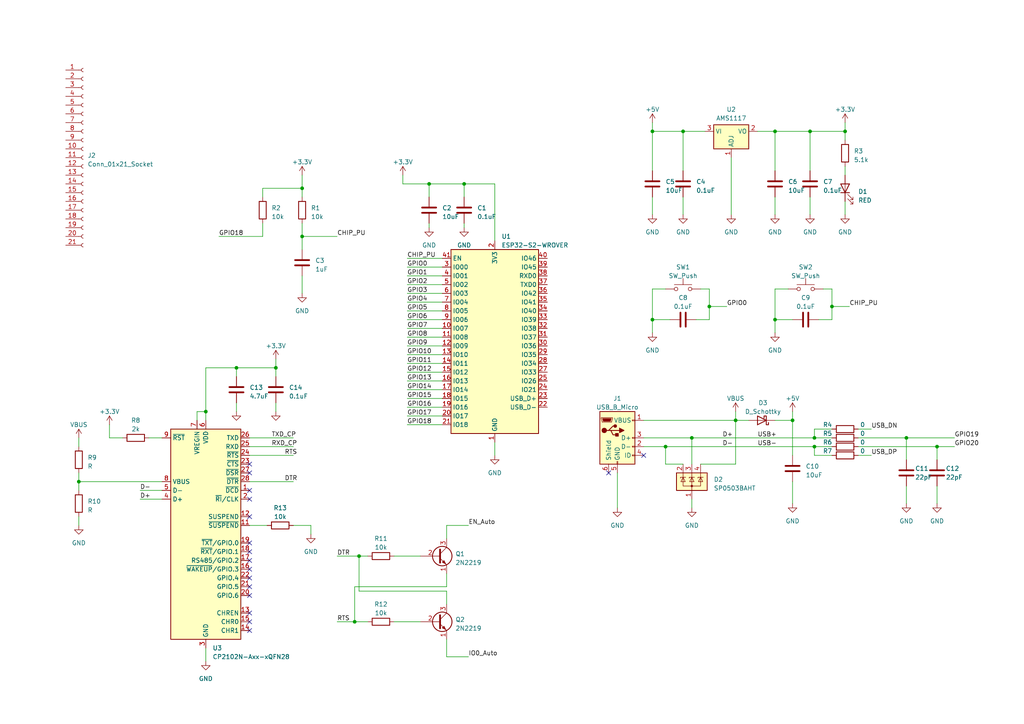
<source format=kicad_sch>
(kicad_sch (version 20230121) (generator eeschema)
  (paper "A4")
  (lib_symbols
    (symbol "Connector:Conn_01x21_Socket" (pin_names (offset 1.016) hide)
      (property "Reference" "J" (at 0 27.94 0))
      (property "Value" "Conn_01x21_Socket" (at 0 -27.94 0))
      (symbol "Conn_01x21_Socket_1_1"
        (arc (start 0 -24.892) (mid -0.5058 -25.4) (end 0 -25.908) (stroke (width 0.1524)))
        (arc (start 0 -22.352) (mid -0.5058 -22.86) (end 0 -23.368) (stroke (width 0.1524)))
        (arc (start 0 -19.812) (mid -0.5058 -20.32) (end 0 -20.828) (stroke (width 0.1524)))
        (arc (start 0 -17.272) (mid -0.5058 -17.78) (end 0 -18.288) (stroke (width 0.1524)))
        (arc (start 0 -14.732) (mid -0.5058 -15.24) (end 0 -15.748) (stroke (width 0.1524)))
        (arc (start 0 -12.192) (mid -0.5058 -12.7) (end 0 -13.208) (stroke (width 0.1524)))
        (arc (start 0 -9.652) (mid -0.5058 -10.16) (end 0 -10.668) (stroke (width 0.1524)))
        (arc (start 0 -7.112) (mid -0.5058 -7.62) (end 0 -8.128) (stroke (width 0.1524)))
        (arc (start 0 -4.572) (mid -0.5058 -5.08) (end 0 -5.588) (stroke (width 0.1524)))
        (arc (start 0 -2.032) (mid -0.5058 -2.54) (end 0 -3.048) (stroke (width 0.1524)))
        (polyline (pts (xy -1.27 -25.4) (xy -0.508 -25.4)) (stroke (width 0.1524)))
        (polyline (pts (xy -1.27 -22.86) (xy -0.508 -22.86)) (stroke (width 0.1524)))
        (polyline (pts (xy -1.27 -20.32) (xy -0.508 -20.32)) (stroke (width 0.1524)))
        (polyline (pts (xy -1.27 -17.78) (xy -0.508 -17.78)) (stroke (width 0.1524)))
        (polyline (pts (xy -1.27 -15.24) (xy -0.508 -15.24)) (stroke (width 0.1524)))
        (polyline (pts (xy -1.27 -12.7) (xy -0.508 -12.7)) (stroke (width 0.1524)))
        (polyline (pts (xy -1.27 -10.16) (xy -0.508 -10.16)) (stroke (width 0.1524)))
        (polyline (pts (xy -1.27 -7.62) (xy -0.508 -7.62)) (stroke (width 0.1524)))
        (polyline (pts (xy -1.27 -5.08) (xy -0.508 -5.08)) (stroke (width 0.1524)))
        (polyline (pts (xy -1.27 -2.54) (xy -0.508 -2.54)) (stroke (width 0.1524)))
        (polyline (pts (xy -1.27 0) (xy -0.508 0)) (stroke (width 0.1524)))
        (polyline (pts (xy -1.27 2.54) (xy -0.508 2.54)) (stroke (width 0.1524)))
        (polyline (pts (xy -1.27 5.08) (xy -0.508 5.08)) (stroke (width 0.1524)))
        (polyline (pts (xy -1.27 7.62) (xy -0.508 7.62)) (stroke (width 0.1524)))
        (polyline (pts (xy -1.27 10.16) (xy -0.508 10.16)) (stroke (width 0.1524)))
        (polyline (pts (xy -1.27 12.7) (xy -0.508 12.7)) (stroke (width 0.1524)))
        (polyline (pts (xy -1.27 15.24) (xy -0.508 15.24)) (stroke (width 0.1524)))
        (polyline (pts (xy -1.27 17.78) (xy -0.508 17.78)) (stroke (width 0.1524)))
        (polyline (pts (xy -1.27 20.32) (xy -0.508 20.32)) (stroke (width 0.1524)))
        (polyline (pts (xy -1.27 22.86) (xy -0.508 22.86)) (stroke (width 0.1524)))
        (polyline (pts (xy -1.27 25.4) (xy -0.508 25.4)) (stroke (width 0.1524)))
        (arc (start 0 0.508) (mid -0.5058 0) (end 0 -0.508) (stroke (width 0.1524)))
        (arc (start 0 3.048) (mid -0.5058 2.54) (end 0 2.032) (stroke (width 0.1524)))
        (arc (start 0 5.588) (mid -0.5058 5.08) (end 0 4.572) (stroke (width 0.1524)))
        (arc (start 0 8.128) (mid -0.5058 7.62) (end 0 7.112) (stroke (width 0.1524)))
        (arc (start 0 10.668) (mid -0.5058 10.16) (end 0 9.652) (stroke (width 0.1524)))
        (arc (start 0 13.208) (mid -0.5058 12.7) (end 0 12.192) (stroke (width 0.1524)))
        (arc (start 0 15.748) (mid -0.5058 15.24) (end 0 14.732) (stroke (width 0.1524)))
        (arc (start 0 18.288) (mid -0.5058 17.78) (end 0 17.272) (stroke (width 0.1524)))
        (arc (start 0 20.828) (mid -0.5058 20.32) (end 0 19.812) (stroke (width 0.1524)))
        (arc (start 0 23.368) (mid -0.5058 22.86) (end 0 22.352) (stroke (width 0.1524)))
        (arc (start 0 25.908) (mid -0.5058 25.4) (end 0 24.892) (stroke (width 0.1524)))
        (pin passive line (at -5.08 25.4 0) (length 3.81) (name "Pin_1") (number "1"))
        (pin passive line (at -5.08 2.54 0) (length 3.81) (name "Pin_10") (number "10"))
        (pin passive line (at -5.08 0 0) (length 3.81) (name "Pin_11") (number "11"))
        (pin passive line (at -5.08 -2.54 0) (length 3.81) (name "Pin_12") (number "12"))
        (pin passive line (at -5.08 -5.08 0) (length 3.81) (name "Pin_13") (number "13"))
        (pin passive line (at -5.08 -7.62 0) (length 3.81) (name "Pin_14") (number "14"))
        (pin passive line (at -5.08 -10.16 0) (length 3.81) (name "Pin_15") (number "15"))
        (pin passive line (at -5.08 -12.7 0) (length 3.81) (name "Pin_16") (number "16"))
        (pin passive line (at -5.08 -15.24 0) (length 3.81) (name "Pin_17") (number "17"))
        (pin passive line (at -5.08 -17.78 0) (length 3.81) (name "Pin_18") (number "18"))
        (pin passive line (at -5.08 -20.32 0) (length 3.81) (name "Pin_19") (number "19"))
        (pin passive line (at -5.08 22.86 0) (length 3.81) (name "Pin_2") (number "2"))
        (pin passive line (at -5.08 -22.86 0) (length 3.81) (name "Pin_20") (number "20"))
        (pin passive line (at -5.08 -25.4 0) (length 3.81) (name "Pin_21") (number "21"))
        (pin passive line (at -5.08 20.32 0) (length 3.81) (name "Pin_3") (number "3"))
        (pin passive line (at -5.08 17.78 0) (length 3.81) (name "Pin_4") (number "4"))
        (pin passive line (at -5.08 15.24 0) (length 3.81) (name "Pin_5") (number "5"))
        (pin passive line (at -5.08 12.7 0) (length 3.81) (name "Pin_6") (number "6"))
        (pin passive line (at -5.08 10.16 0) (length 3.81) (name "Pin_7") (number "7"))
        (pin passive line (at -5.08 7.62 0) (length 3.81) (name "Pin_8") (number "8"))
        (pin passive line (at -5.08 5.08 0) (length 3.81) (name "Pin_9") (number "9"))
      )
    )
    (symbol "Connector:USB_B_Micro" (pin_names (offset 1.016))
      (property "Reference" "J" (at -5.08 11.43 0))
      (property "Value" "USB_B_Micro" (at -5.08 8.89 0))
      (symbol "USB_B_Micro_0_1"
        (rectangle (start -5.08 -7.62) (end 5.08 7.62) (stroke (width 0.254)) (fill (type background)))
        (circle (center -3.81 2.159) (radius 0.635) (stroke (width 0.254)) (fill (type outline)))
        (circle (center -0.635 3.429) (radius 0.381) (stroke (width 0.254)) (fill (type outline)))
        (rectangle (start -0.127 -7.62) (end 0.127 -6.858))
        (polyline (pts (xy -1.905 2.159) (xy 0.635 2.159)) (stroke (width 0.254)))
        (polyline (pts (xy -3.175 2.159) (xy -2.54 2.159) (xy -1.27 3.429) (xy -0.635 3.429)) (stroke (width 0.254)))
        (polyline (pts (xy -2.54 2.159) (xy -1.905 2.159) (xy -1.27 0.889) (xy 0 0.889)) (stroke (width 0.254)))
        (polyline (pts (xy 0.635 2.794) (xy 0.635 1.524) (xy 1.905 2.159) (xy 0.635 2.794)) (stroke (width 0.254)) (fill (type outline)))
        (polyline (pts (xy -4.318 5.588) (xy -1.778 5.588) (xy -2.032 4.826) (xy -4.064 4.826) (xy -4.318 5.588)) (fill (type outline)))
        (polyline (pts (xy -4.699 5.842) (xy -4.699 5.588) (xy -4.445 4.826) (xy -4.445 4.572) (xy -1.651 4.572) (xy -1.651 4.826) (xy -1.397 5.588) (xy -1.397 5.842) (xy -4.699 5.842)))
        (rectangle (start 0.254 1.27) (end -0.508 0.508) (stroke (width 0.254)) (fill (type outline)))
        (rectangle (start 5.08 -5.207) (end 4.318 -4.953))
        (rectangle (start 5.08 -2.667) (end 4.318 -2.413))
        (rectangle (start 5.08 -0.127) (end 4.318 0.127))
        (rectangle (start 5.08 4.953) (end 4.318 5.207))
      )
      (symbol "USB_B_Micro_1_1"
        (pin power_out line (at 7.62 5.08 180) (length 2.54) (name "VBUS") (number "1"))
        (pin bidirectional line (at 7.62 -2.54 180) (length 2.54) (name "D-") (number "2"))
        (pin bidirectional line (at 7.62 0 180) (length 2.54) (name "D+") (number "3"))
        (pin passive line (at 7.62 -5.08 180) (length 2.54) (name "ID") (number "4"))
        (pin power_out line (at 0 -10.16 90) (length 2.54) (name "GND") (number "5"))
        (pin passive line (at -2.54 -10.16 90) (length 2.54) (name "Shield") (number "6"))
      )
    )
    (symbol "Device:C" (pin_numbers hide) (pin_names (offset 0.254))
      (property "Reference" "C" (at 0.635 2.54 0))
      (property "Value" "C" (at 0.635 -2.54 0))
      (symbol "C_0_1"
        (polyline (pts (xy -2.032 -0.762) (xy 2.032 -0.762)) (stroke (width 0.508)))
        (polyline (pts (xy -2.032 0.762) (xy 2.032 0.762)) (stroke (width 0.508)))
      )
      (symbol "C_1_1"
        (pin passive line (at 0 3.81 270) (length 2.794) (name "~") (number "1"))
        (pin passive line (at 0 -3.81 90) (length 2.794) (name "~") (number "2"))
      )
    )
    (symbol "Device:D_Schottky" (pin_numbers hide) (pin_names (offset 1.016) hide)
      (property "Reference" "D" (at 0 2.54 0))
      (property "Value" "D_Schottky" (at 0 -2.54 0))
      (symbol "D_Schottky_0_1"
        (polyline (pts (xy 1.27 0) (xy -1.27 0)))
        (polyline (pts (xy 1.27 1.27) (xy 1.27 -1.27) (xy -1.27 0) (xy 1.27 1.27)) (stroke (width 0.254)))
        (polyline (pts (xy -1.905 0.635) (xy -1.905 1.27) (xy -1.27 1.27) (xy -1.27 -1.27) (xy -0.635 -1.27) (xy -0.635 -0.635)) (stroke (width 0.254)))
      )
      (symbol "D_Schottky_1_1"
        (pin passive line (at -3.81 0 0) (length 2.54) (name "K") (number "1"))
        (pin passive line (at 3.81 0 180) (length 2.54) (name "A") (number "2"))
      )
    )
    (symbol "Device:LED" (pin_numbers hide) (pin_names (offset 1.016) hide)
      (property "Reference" "D" (at 0 2.54 0))
      (property "Value" "LED" (at 0 -2.54 0))
      (symbol "LED_0_1"
        (polyline (pts (xy -1.27 -1.27) (xy -1.27 1.27)) (stroke (width 0.254)))
        (polyline (pts (xy -1.27 0) (xy 1.27 0)))
        (polyline (pts (xy 1.27 -1.27) (xy 1.27 1.27) (xy -1.27 0) (xy 1.27 -1.27)) (stroke (width 0.254)))
        (polyline (pts (xy -3.048 -0.762) (xy -4.572 -2.286) (xy -3.81 -2.286) (xy -4.572 -2.286) (xy -4.572 -1.524)))
        (polyline (pts (xy -1.778 -0.762) (xy -3.302 -2.286) (xy -2.54 -2.286) (xy -3.302 -2.286) (xy -3.302 -1.524)))
      )
      (symbol "LED_1_1"
        (pin passive line (at -3.81 0 0) (length 2.54) (name "K") (number "1"))
        (pin passive line (at 3.81 0 180) (length 2.54) (name "A") (number "2"))
      )
    )
    (symbol "Device:R" (pin_numbers hide) (pin_names (offset 0))
      (property "Reference" "R" (at 2.032 0 90))
      (property "Value" "R" (at 0 0 90))
      (symbol "R_0_1"
        (rectangle (start -1.016 -2.54) (end 1.016 2.54) (stroke (width 0.254)))
      )
      (symbol "R_1_1"
        (pin passive line (at 0 3.81 270) (length 1.27) (name "~") (number "1"))
        (pin passive line (at 0 -3.81 90) (length 1.27) (name "~") (number "2"))
      )
    )
    (symbol "Interface_USB:CP2102N-Axx-xQFN28"
      (property "Reference" "U" (at -8.89 31.75 0))
      (property "Value" "CP2102N-Axx-xQFN28" (at 12.7 31.75 0))
      (symbol "CP2102N-Axx-xQFN28_0_1"
        (rectangle (start -10.16 30.48) (end 10.16 -30.48) (stroke (width 0.254)) (fill (type background)))
      )
      (symbol "CP2102N-Axx-xQFN28_1_1"
        (pin input line (at 12.7 12.7 180) (length 2.54) (name "~{DCD}") (number "1"))
        (pin no_connect line (at -10.16 -27.94 0) (length 2.54) hide (name "NC") (number "10"))
        (pin output line (at 12.7 2.54 180) (length 2.54) (name "~{SUSPEND}") (number "11"))
        (pin output line (at 12.7 5.08 180) (length 2.54) (name "SUSPEND") (number "12"))
        (pin output line (at 12.7 -22.86 180) (length 2.54) (name "CHREN") (number "13"))
        (pin output line (at 12.7 -27.94 180) (length 2.54) (name "CHR1") (number "14"))
        (pin output line (at 12.7 -25.4 180) (length 2.54) (name "CHR0") (number "15"))
        (pin bidirectional line (at 12.7 -10.16 180) (length 2.54) (name "~{WAKEUP}/GPIO.3") (number "16"))
        (pin bidirectional line (at 12.7 -7.62 180) (length 2.54) (name "RS485/GPIO.2") (number "17"))
        (pin bidirectional line (at 12.7 -5.08 180) (length 2.54) (name "~{RXT}/GPIO.1") (number "18"))
        (pin bidirectional line (at 12.7 -2.54 180) (length 2.54) (name "~{TXT}/GPIO.0") (number "19"))
        (pin bidirectional line (at 12.7 10.16 180) (length 2.54) (name "~{RI}/CLK") (number "2"))
        (pin bidirectional line (at 12.7 -17.78 180) (length 2.54) (name "GPIO.6") (number "20"))
        (pin bidirectional line (at 12.7 -15.24 180) (length 2.54) (name "GPIO.5") (number "21"))
        (pin bidirectional line (at 12.7 -12.7 180) (length 2.54) (name "GPIO.4") (number "22"))
        (pin input line (at 12.7 20.32 180) (length 2.54) (name "~{CTS}") (number "23"))
        (pin output line (at 12.7 22.86 180) (length 2.54) (name "~{RTS}") (number "24"))
        (pin input line (at 12.7 25.4 180) (length 2.54) (name "RXD") (number "25"))
        (pin output line (at 12.7 27.94 180) (length 2.54) (name "TXD") (number "26"))
        (pin input line (at 12.7 17.78 180) (length 2.54) (name "~{DSR}") (number "27"))
        (pin output line (at 12.7 15.24 180) (length 2.54) (name "~{DTR}") (number "28"))
        (pin passive line (at 0 -33.02 90) (length 2.54) hide (name "GND") (number "29"))
        (pin power_in line (at 0 -33.02 90) (length 2.54) (name "GND") (number "3"))
        (pin bidirectional line (at -12.7 10.16 0) (length 2.54) (name "D+") (number "4"))
        (pin bidirectional line (at -12.7 12.7 0) (length 2.54) (name "D-") (number "5"))
        (pin power_in line (at 0 33.02 270) (length 2.54) (name "VDD") (number "6"))
        (pin power_in line (at -2.54 33.02 270) (length 2.54) (name "VREGIN") (number "7"))
        (pin input line (at -12.7 15.24 0) (length 2.54) (name "VBUS") (number "8"))
        (pin input line (at -12.7 27.94 0) (length 2.54) (name "~{RST}") (number "9"))
      )
    )
    (symbol "Power_Protection:SP0503BAHT" (pin_names hide)
      (property "Reference" "D" (at 5.715 2.54 0))
      (property "Value" "SP0503BAHT" (at 5.715 0.635 0))
      (symbol "SP0503BAHT_0_0"
        (pin passive line (at 0 -5.08 90) (length 2.54) (name "A") (number "1"))
      )
      (symbol "SP0503BAHT_0_1"
        (rectangle (start -4.445 2.54) (end 4.445 -2.54) (stroke (width 0.254)) (fill (type background)))
        (circle (center 0 -1.27) (radius 0.254) (fill (type outline)))
        (polyline (pts (xy -2.54 2.54) (xy -2.54 1.27)))
        (polyline (pts (xy 0 -1.27) (xy 0 -2.54)))
        (polyline (pts (xy 0 -1.27) (xy 0 1.27)))
        (polyline (pts (xy 0 2.54) (xy 0 1.27)))
        (polyline (pts (xy 0.635 1.27) (xy 0.762 1.27)))
        (polyline (pts (xy 2.54 2.54) (xy 2.54 1.27)))
        (polyline (pts (xy 0.635 1.27) (xy -0.762 1.27) (xy -0.762 1.016)))
        (polyline (pts (xy -3.302 1.016) (xy -3.302 1.27) (xy -1.905 1.27) (xy -1.778 1.27)))
        (polyline (pts (xy -2.54 1.27) (xy -2.54 -1.27) (xy 2.54 -1.27) (xy 2.54 1.27)))
        (polyline (pts (xy -2.54 1.27) (xy -1.905 0) (xy -3.175 0) (xy -2.54 1.27)))
        (polyline (pts (xy 0.635 0) (xy -0.635 0) (xy 0 1.27) (xy 0.635 0)))
        (polyline (pts (xy 1.778 1.016) (xy 1.778 1.27) (xy 3.175 1.27) (xy 3.302 1.27)))
        (polyline (pts (xy 2.54 1.27) (xy 1.905 0) (xy 3.175 0) (xy 2.54 1.27)))
      )
      (symbol "SP0503BAHT_1_1"
        (pin passive line (at -2.54 5.08 270) (length 2.54) (name "K") (number "2"))
        (pin passive line (at 0 5.08 270) (length 2.54) (name "K") (number "3"))
        (pin passive line (at 2.54 5.08 270) (length 2.54) (name "K") (number "4"))
      )
    )
    (symbol "RF_Module:ESP32-S2-WROVER"
      (property "Reference" "U" (at -12.7 29.21 0))
      (property "Value" "ESP32-S2-WROVER" (at 2.54 29.21 0))
      (symbol "ESP32-S2-WROVER_0_1"
        (rectangle (start -12.7 27.94) (end 12.7 -25.4) (stroke (width 0.254)) (fill (type background)))
      )
      (symbol "ESP32-S2-WROVER_1_1"
        (pin power_in line (at 0 -27.94 90) (length 2.54) (name "GND") (number "1"))
        (pin bidirectional line (at -15.24 5.08 0) (length 2.54) (name "IO07") (number "10"))
        (pin bidirectional line (at -15.24 2.54 0) (length 2.54) (name "IO08") (number "11"))
        (pin bidirectional line (at -15.24 0 0) (length 2.54) (name "IO09") (number "12"))
        (pin bidirectional line (at -15.24 -2.54 0) (length 2.54) (name "IO10") (number "13"))
        (pin bidirectional line (at -15.24 -5.08 0) (length 2.54) (name "IO11") (number "14"))
        (pin bidirectional line (at -15.24 -7.62 0) (length 2.54) (name "IO12") (number "15"))
        (pin bidirectional line (at -15.24 -10.16 0) (length 2.54) (name "IO13") (number "16"))
        (pin bidirectional line (at -15.24 -12.7 0) (length 2.54) (name "IO14") (number "17"))
        (pin bidirectional line (at -15.24 -15.24 0) (length 2.54) (name "IO15") (number "18"))
        (pin bidirectional line (at -15.24 -17.78 0) (length 2.54) (name "IO16") (number "19"))
        (pin power_in line (at 0 30.48 270) (length 2.54) (name "3V3") (number "2"))
        (pin bidirectional line (at -15.24 -20.32 0) (length 2.54) (name "IO17") (number "20"))
        (pin bidirectional line (at -15.24 -22.86 0) (length 2.54) (name "IO18") (number "21"))
        (pin bidirectional line (at 15.24 -17.78 180) (length 2.54) (name "USB_D-") (number "22"))
        (pin bidirectional line (at 15.24 -15.24 180) (length 2.54) (name "USB_D+") (number "23"))
        (pin bidirectional line (at 15.24 -12.7 180) (length 2.54) (name "IO21") (number "24"))
        (pin bidirectional line (at 15.24 -10.16 180) (length 2.54) (name "IO26") (number "25"))
        (pin passive line (at 0 -27.94 90) (length 2.54) hide (name "GND") (number "26"))
        (pin bidirectional line (at 15.24 -7.62 180) (length 2.54) (name "IO33") (number "27"))
        (pin bidirectional line (at 15.24 -5.08 180) (length 2.54) (name "IO34") (number "28"))
        (pin bidirectional line (at 15.24 -2.54 180) (length 2.54) (name "IO35") (number "29"))
        (pin bidirectional line (at -15.24 22.86 0) (length 2.54) (name "IO00") (number "3"))
        (pin bidirectional line (at 15.24 0 180) (length 2.54) (name "IO36") (number "30"))
        (pin bidirectional line (at 15.24 2.54 180) (length 2.54) (name "IO37") (number "31"))
        (pin bidirectional line (at 15.24 5.08 180) (length 2.54) (name "IO38") (number "32"))
        (pin bidirectional line (at 15.24 7.62 180) (length 2.54) (name "IO39") (number "33"))
        (pin bidirectional line (at 15.24 10.16 180) (length 2.54) (name "IO40") (number "34"))
        (pin bidirectional line (at 15.24 12.7 180) (length 2.54) (name "IO41") (number "35"))
        (pin bidirectional line (at 15.24 15.24 180) (length 2.54) (name "IO42") (number "36"))
        (pin bidirectional line (at 15.24 17.78 180) (length 2.54) (name "TXD0") (number "37"))
        (pin bidirectional line (at 15.24 20.32 180) (length 2.54) (name "RXD0") (number "38"))
        (pin bidirectional line (at 15.24 22.86 180) (length 2.54) (name "IO45") (number "39"))
        (pin bidirectional line (at -15.24 20.32 0) (length 2.54) (name "IO01") (number "4"))
        (pin input line (at 15.24 25.4 180) (length 2.54) (name "IO46") (number "40"))
        (pin input line (at -15.24 25.4 0) (length 2.54) (name "EN") (number "41"))
        (pin passive line (at 0 -27.94 90) (length 2.54) hide (name "GND") (number "42"))
        (pin passive line (at 0 -27.94 90) (length 2.54) hide (name "GND") (number "43"))
        (pin bidirectional line (at -15.24 17.78 0) (length 2.54) (name "IO02") (number "5"))
        (pin bidirectional line (at -15.24 15.24 0) (length 2.54) (name "IO03") (number "6"))
        (pin bidirectional line (at -15.24 12.7 0) (length 2.54) (name "IO04") (number "7"))
        (pin bidirectional line (at -15.24 10.16 0) (length 2.54) (name "IO05") (number "8"))
        (pin bidirectional line (at -15.24 7.62 0) (length 2.54) (name "IO06") (number "9"))
      )
    )
    (symbol "Regulator_Linear:AMS1117"
      (property "Reference" "U" (at -3.81 3.175 0))
      (property "Value" "AMS1117" (at 0 3.175 0))
      (symbol "AMS1117_0_1"
        (rectangle (start -5.08 -5.08) (end 5.08 1.905) (stroke (width 0.254)) (fill (type background)))
      )
      (symbol "AMS1117_1_1"
        (pin input line (at 0 -7.62 90) (length 2.54) (name "ADJ") (number "1"))
        (pin power_out line (at 7.62 0 180) (length 2.54) (name "VO") (number "2"))
        (pin power_in line (at -7.62 0 0) (length 2.54) (name "VI") (number "3"))
      )
    )
    (symbol "Switch:SW_Push" (pin_numbers hide) (pin_names (offset 1.016) hide)
      (property "Reference" "SW" (at 1.27 2.54 0))
      (property "Value" "SW_Push" (at 0 -1.524 0))
      (symbol "SW_Push_0_1"
        (circle (center -2.032 0) (radius 0.508))
        (polyline (pts (xy 0 1.27) (xy 0 3.048)))
        (polyline (pts (xy 2.54 1.27) (xy -2.54 1.27)))
        (circle (center 2.032 0) (radius 0.508))
        (pin passive line (at -5.08 0 0) (length 2.54) (name "1") (number "1"))
        (pin passive line (at 5.08 0 180) (length 2.54) (name "2") (number "2"))
      )
    )
    (symbol "Transistor_BJT:2N2219" (pin_names (offset 0) hide)
      (property "Reference" "Q" (at 5.08 1.905 0))
      (property "Value" "2N2219" (at 5.08 0 0))
      (symbol "2N2219_0_1"
        (polyline (pts (xy 0.635 0.635) (xy 2.54 2.54)))
        (polyline (pts (xy 0.635 -0.635) (xy 2.54 -2.54) (xy 2.54 -2.54)))
        (polyline (pts (xy 0.635 1.905) (xy 0.635 -1.905) (xy 0.635 -1.905)) (stroke (width 0.508)))
        (polyline (pts (xy 1.27 -1.778) (xy 1.778 -1.27) (xy 2.286 -2.286) (xy 1.27 -1.778) (xy 1.27 -1.778)) (fill (type outline)))
        (circle (center 1.27 0) (radius 2.8194) (stroke (width 0.254)))
      )
      (symbol "2N2219_1_1"
        (pin passive line (at 2.54 -5.08 90) (length 2.54) (name "E") (number "1"))
        (pin passive line (at -5.08 0 0) (length 5.715) (name "B") (number "2"))
        (pin passive line (at 2.54 5.08 270) (length 2.54) (name "C") (number "3"))
      )
    )
    (symbol "power:+3.3V" (power) (pin_names (offset 0))
      (property "Value" "+3.3V" (at 0 3.556 0))
      (symbol "+3.3V_0_1"
        (polyline (pts (xy -0.762 1.27) (xy 0 2.54)))
        (polyline (pts (xy 0 0) (xy 0 2.54)))
        (polyline (pts (xy 0 2.54) (xy 0.762 1.27)))
      )
      (symbol "+3.3V_1_1"
        (pin power_in line (at 0 0 90) (length 0) hide (name "+3.3V") (number "1"))
      )
    )
    (symbol "power:+5V" (power) (pin_names (offset 0))
      (property "Value" "+5V" (at 0 3.556 0))
      (symbol "+5V_0_1"
        (polyline (pts (xy -0.762 1.27) (xy 0 2.54)))
        (polyline (pts (xy 0 0) (xy 0 2.54)))
        (polyline (pts (xy 0 2.54) (xy 0.762 1.27)))
      )
      (symbol "+5V_1_1"
        (pin power_in line (at 0 0 90) (length 0) hide (name "+5V") (number "1"))
      )
    )
    (symbol "power:GND" (power) (pin_names (offset 0))
      (property "Value" "GND" (at 0 -3.81 0))
      (symbol "GND_0_1"
        (polyline (pts (xy 0 0) (xy 0 -1.27) (xy 1.27 -1.27) (xy 0 -2.54) (xy -1.27 -1.27) (xy 0 -1.27)))
      )
      (symbol "GND_1_1"
        (pin power_in line (at 0 0 270) (length 0) hide (name "GND") (number "1"))
      )
    )
    (symbol "power:VBUS" (power) (pin_names (offset 0))
      (property "Value" "VBUS" (at 0 3.81 0))
      (symbol "VBUS_0_1"
        (polyline (pts (xy -0.762 1.27) (xy 0 2.54)))
        (polyline (pts (xy 0 0) (xy 0 2.54)))
        (polyline (pts (xy 0 2.54) (xy 0.762 1.27)))
      )
      (symbol "VBUS_1_1"
        (pin power_in line (at 0 0 90) (length 0) hide (name "VBUS") (number "1"))
      )
    )
  )
  (junction (at 134.62 53.34))
  (junction (at 236.22 127))
  (junction (at 224.79 38.1))
  (junction (at 200.66 127))
  (junction (at 236.22 129.54))
  (junction (at 224.79 92.71))
  (junction (at 245.11 38.1))
  (junction (at 189.23 38.1))
  (junction (at 213.36 121.92))
  (junction (at 189.23 92.71))
  (junction (at 22.86 139.7))
  (junction (at 234.95 38.1))
  (junction (at 198.12 38.1))
  (junction (at 205.74 88.9))
  (junction (at 241.3 88.9))
  (junction (at 68.58 106.68))
  (junction (at 124.46 53.34))
  (junction (at 80.01 106.68))
  (junction (at 104.14 161.29))
  (junction (at 193.04 129.54))
  (junction (at 271.78 129.54))
  (junction (at 262.89 127))
  (junction (at 87.63 54.61))
  (junction (at 59.69 119.38))
  (junction (at 87.63 68.58))
  (junction (at 229.87 121.92))
  (junction (at 102.87 180.34))
  (no_connect (at 72.39 167.64))
  (no_connect (at 72.39 165.1))
  (no_connect (at 186.69 132.08))
  (no_connect (at 72.39 180.34))
  (no_connect (at 72.39 134.62))
  (no_connect (at 72.39 172.72))
  (no_connect (at 72.39 160.02))
  (no_connect (at 72.39 177.8))
  (no_connect (at 72.39 157.48))
  (no_connect (at 72.39 144.78))
  (no_connect (at 72.39 137.16))
  (no_connect (at 72.39 162.56))
  (no_connect (at 72.39 170.18))
  (no_connect (at 72.39 182.88))
  (no_connect (at 72.39 142.24))
  (no_connect (at 176.53 137.16))
  (no_connect (at 72.39 149.86))
  (wire (pts (xy 237.49 92.71) (xy 241.3 92.71)))
  (wire (pts (xy 205.74 92.71) (xy 205.74 88.9)))
  (wire (pts (xy 129.54 152.4) (xy 129.54 156.21)))
  (wire (pts (xy 114.3 180.34) (xy 121.92 180.34)))
  (wire (pts (xy 134.62 53.34) (xy 134.62 57.15)))
  (wire (pts (xy 271.78 129.54) (xy 276.86 129.54)))
  (wire (pts (xy 118.11 92.71) (xy 128.27 92.71)))
  (wire (pts (xy 104.14 161.29) (xy 106.68 161.29)))
  (wire (pts (xy 189.23 83.82) (xy 189.23 92.71)))
  (wire (pts (xy 118.11 110.49) (xy 128.27 110.49)))
  (wire (pts (xy 40.64 144.78) (xy 46.99 144.78)))
  (wire (pts (xy 80.01 106.68) (xy 80.01 109.22)))
  (wire (pts (xy 72.39 127) (xy 85.09 127)))
  (wire (pts (xy 22.86 149.86) (xy 22.86 152.4)))
  (wire (pts (xy 229.87 121.92) (xy 229.87 119.38)))
  (wire (pts (xy 193.04 129.54) (xy 236.22 129.54)))
  (wire (pts (xy 85.09 152.4) (xy 90.17 152.4)))
  (wire (pts (xy 63.5 68.58) (xy 76.2 68.58)))
  (wire (pts (xy 205.74 88.9) (xy 210.82 88.9)))
  (wire (pts (xy 234.95 38.1) (xy 245.11 38.1)))
  (wire (pts (xy 213.36 121.92) (xy 213.36 134.62)))
  (wire (pts (xy 193.04 134.62) (xy 198.12 134.62)))
  (wire (pts (xy 22.86 127) (xy 22.86 129.54)))
  (wire (pts (xy 104.14 171.45) (xy 104.14 161.29)))
  (wire (pts (xy 57.15 119.38) (xy 59.69 119.38)))
  (wire (pts (xy 134.62 64.77) (xy 134.62 66.04)))
  (wire (pts (xy 271.78 140.97) (xy 271.78 146.05)))
  (wire (pts (xy 68.58 116.84) (xy 68.58 119.38)))
  (wire (pts (xy 59.69 106.68) (xy 68.58 106.68)))
  (wire (pts (xy 224.79 57.15) (xy 224.79 62.23)))
  (wire (pts (xy 213.36 134.62) (xy 203.2 134.62)))
  (wire (pts (xy 102.87 180.34) (xy 106.68 180.34)))
  (wire (pts (xy 248.92 132.08) (xy 252.73 132.08)))
  (wire (pts (xy 205.74 83.82) (xy 203.2 83.82)))
  (wire (pts (xy 72.39 129.54) (xy 85.09 129.54)))
  (wire (pts (xy 68.58 106.68) (xy 80.01 106.68)))
  (wire (pts (xy 186.69 127) (xy 200.66 127)))
  (wire (pts (xy 87.63 64.77) (xy 87.63 68.58)))
  (wire (pts (xy 248.92 124.46) (xy 252.73 124.46)))
  (wire (pts (xy 31.75 127) (xy 31.75 123.19)))
  (wire (pts (xy 114.3 161.29) (xy 121.92 161.29)))
  (wire (pts (xy 224.79 38.1) (xy 224.79 49.53)))
  (wire (pts (xy 116.84 50.8) (xy 116.84 53.34)))
  (wire (pts (xy 80.01 116.84) (xy 80.01 119.38)))
  (wire (pts (xy 241.3 92.71) (xy 241.3 88.9)))
  (wire (pts (xy 189.23 92.71) (xy 194.31 92.71)))
  (wire (pts (xy 116.84 53.34) (xy 124.46 53.34)))
  (wire (pts (xy 224.79 83.82) (xy 224.79 92.71)))
  (wire (pts (xy 189.23 57.15) (xy 189.23 62.23)))
  (wire (pts (xy 262.89 127) (xy 276.86 127)))
  (wire (pts (xy 234.95 38.1) (xy 234.95 49.53)))
  (wire (pts (xy 118.11 100.33) (xy 128.27 100.33)))
  (wire (pts (xy 129.54 175.26) (xy 129.54 171.45)))
  (wire (pts (xy 241.3 88.9) (xy 246.38 88.9)))
  (wire (pts (xy 135.89 190.5) (xy 129.54 190.5)))
  (wire (pts (xy 87.63 68.58) (xy 87.63 72.39)))
  (wire (pts (xy 57.15 121.92) (xy 57.15 119.38)))
  (wire (pts (xy 186.69 129.54) (xy 193.04 129.54)))
  (wire (pts (xy 87.63 50.8) (xy 87.63 54.61)))
  (wire (pts (xy 40.64 142.24) (xy 46.99 142.24)))
  (wire (pts (xy 189.23 35.56) (xy 189.23 38.1)))
  (wire (pts (xy 248.92 127) (xy 262.89 127)))
  (wire (pts (xy 241.3 88.9) (xy 241.3 83.82)))
  (wire (pts (xy 200.66 127) (xy 200.66 134.62)))
  (wire (pts (xy 118.11 118.11) (xy 128.27 118.11)))
  (wire (pts (xy 129.54 166.37) (xy 129.54 170.18)))
  (wire (pts (xy 241.3 83.82) (xy 238.76 83.82)))
  (wire (pts (xy 262.89 127) (xy 262.89 133.35)))
  (wire (pts (xy 118.11 80.01) (xy 128.27 80.01)))
  (wire (pts (xy 135.89 152.4) (xy 129.54 152.4)))
  (wire (pts (xy 229.87 121.92) (xy 229.87 132.08)))
  (wire (pts (xy 68.58 106.68) (xy 68.58 109.22)))
  (wire (pts (xy 102.87 170.18) (xy 102.87 180.34)))
  (wire (pts (xy 87.63 54.61) (xy 87.63 57.15)))
  (wire (pts (xy 245.11 58.42) (xy 245.11 62.23)))
  (wire (pts (xy 189.23 92.71) (xy 189.23 96.52)))
  (wire (pts (xy 59.69 106.68) (xy 59.69 119.38)))
  (wire (pts (xy 129.54 170.18) (xy 102.87 170.18)))
  (wire (pts (xy 22.86 139.7) (xy 46.99 139.7)))
  (wire (pts (xy 129.54 171.45) (xy 104.14 171.45)))
  (wire (pts (xy 118.11 87.63) (xy 128.27 87.63)))
  (wire (pts (xy 134.62 53.34) (xy 143.51 53.34)))
  (wire (pts (xy 245.11 38.1) (xy 245.11 40.64)))
  (wire (pts (xy 72.39 152.4) (xy 77.47 152.4)))
  (wire (pts (xy 118.11 115.57) (xy 128.27 115.57)))
  (wire (pts (xy 236.22 127) (xy 236.22 124.46)))
  (wire (pts (xy 87.63 80.01) (xy 87.63 85.09)))
  (wire (pts (xy 213.36 121.92) (xy 217.17 121.92)))
  (wire (pts (xy 118.11 74.93) (xy 128.27 74.93)))
  (wire (pts (xy 118.11 102.87) (xy 128.27 102.87)))
  (wire (pts (xy 193.04 129.54) (xy 193.04 134.62)))
  (wire (pts (xy 236.22 129.54) (xy 236.22 132.08)))
  (wire (pts (xy 143.51 128.27) (xy 143.51 132.08)))
  (wire (pts (xy 118.11 97.79) (xy 128.27 97.79)))
  (wire (pts (xy 213.36 119.38) (xy 213.36 121.92)))
  (wire (pts (xy 97.79 180.34) (xy 102.87 180.34)))
  (wire (pts (xy 118.11 82.55) (xy 128.27 82.55)))
  (wire (pts (xy 118.11 123.19) (xy 128.27 123.19)))
  (wire (pts (xy 245.11 48.26) (xy 245.11 50.8)))
  (wire (pts (xy 129.54 190.5) (xy 129.54 185.42)))
  (wire (pts (xy 245.11 35.56) (xy 245.11 38.1)))
  (wire (pts (xy 118.11 113.03) (xy 128.27 113.03)))
  (wire (pts (xy 90.17 152.4) (xy 90.17 154.94)))
  (wire (pts (xy 212.09 45.72) (xy 212.09 62.23)))
  (wire (pts (xy 198.12 38.1) (xy 198.12 49.53)))
  (wire (pts (xy 35.56 127) (xy 31.75 127)))
  (wire (pts (xy 124.46 64.77) (xy 124.46 66.04)))
  (wire (pts (xy 118.11 77.47) (xy 128.27 77.47)))
  (wire (pts (xy 229.87 139.7) (xy 229.87 146.05)))
  (wire (pts (xy 97.79 161.29) (xy 104.14 161.29)))
  (wire (pts (xy 248.92 129.54) (xy 271.78 129.54)))
  (wire (pts (xy 59.69 119.38) (xy 59.69 121.92)))
  (wire (pts (xy 236.22 129.54) (xy 241.3 129.54)))
  (wire (pts (xy 236.22 127) (xy 241.3 127)))
  (wire (pts (xy 118.11 107.95) (xy 128.27 107.95)))
  (wire (pts (xy 193.04 83.82) (xy 189.23 83.82)))
  (wire (pts (xy 224.79 92.71) (xy 224.79 96.52)))
  (wire (pts (xy 224.79 38.1) (xy 234.95 38.1)))
  (wire (pts (xy 22.86 137.16) (xy 22.86 139.7)))
  (wire (pts (xy 189.23 38.1) (xy 189.23 49.53)))
  (wire (pts (xy 72.39 132.08) (xy 85.09 132.08)))
  (wire (pts (xy 118.11 120.65) (xy 128.27 120.65)))
  (wire (pts (xy 87.63 54.61) (xy 76.2 54.61)))
  (wire (pts (xy 234.95 57.15) (xy 234.95 62.23)))
  (wire (pts (xy 118.11 95.25) (xy 128.27 95.25)))
  (wire (pts (xy 76.2 68.58) (xy 76.2 64.77)))
  (wire (pts (xy 224.79 121.92) (xy 229.87 121.92)))
  (wire (pts (xy 198.12 38.1) (xy 204.47 38.1)))
  (wire (pts (xy 236.22 132.08) (xy 241.3 132.08)))
  (wire (pts (xy 76.2 54.61) (xy 76.2 57.15)))
  (wire (pts (xy 271.78 129.54) (xy 271.78 133.35)))
  (wire (pts (xy 236.22 124.46) (xy 241.3 124.46)))
  (wire (pts (xy 224.79 92.71) (xy 229.87 92.71)))
  (wire (pts (xy 205.74 88.9) (xy 205.74 83.82)))
  (wire (pts (xy 80.01 104.14) (xy 80.01 106.68)))
  (wire (pts (xy 87.63 68.58) (xy 97.79 68.58)))
  (wire (pts (xy 198.12 57.15) (xy 198.12 62.23)))
  (wire (pts (xy 200.66 144.78) (xy 200.66 147.32)))
  (wire (pts (xy 72.39 139.7) (xy 85.09 139.7)))
  (wire (pts (xy 201.93 92.71) (xy 205.74 92.71)))
  (wire (pts (xy 228.6 83.82) (xy 224.79 83.82)))
  (wire (pts (xy 43.18 127) (xy 46.99 127)))
  (wire (pts (xy 179.07 137.16) (xy 179.07 147.32)))
  (wire (pts (xy 59.69 187.96) (xy 59.69 191.77)))
  (wire (pts (xy 200.66 127) (xy 236.22 127)))
  (wire (pts (xy 219.71 38.1) (xy 224.79 38.1)))
  (wire (pts (xy 189.23 38.1) (xy 198.12 38.1)))
  (wire (pts (xy 124.46 53.34) (xy 124.46 57.15)))
  (wire (pts (xy 22.86 139.7) (xy 22.86 142.24)))
  (wire (pts (xy 262.89 140.97) (xy 262.89 146.05)))
  (wire (pts (xy 118.11 90.17) (xy 128.27 90.17)))
  (wire (pts (xy 118.11 105.41) (xy 128.27 105.41)))
  (wire (pts (xy 186.69 121.92) (xy 213.36 121.92)))
  (wire (pts (xy 124.46 53.34) (xy 134.62 53.34)))
  (wire (pts (xy 118.11 85.09) (xy 128.27 85.09)))
  (wire (pts (xy 143.51 53.34) (xy 143.51 69.85)))
  (label "GPIO6" (at 118.11 92.71 0))
  (label "USB_DP" (at 252.73 132.08 0))
  (label "USB+" (at 219.71 127 0))
  (label "GPIO13" (at 118.11 110.49 0))
  (label "GPIO16" (at 118.11 118.11 0))
  (label "GPIO9" (at 118.11 100.33 0))
  (label "RTS" (at 97.79 180.34 0))
  (label "D+" (at 209.55 127 0))
  (label "GPIO18" (at 63.5 68.58 0))
  (label "GPIO18" (at 118.11 123.19 0))
  (label "GPIO17" (at 118.11 120.65 0))
  (label "GPIO12" (at 118.11 107.95 0))
  (label "GPIO1" (at 118.11 80.01 0))
  (label "GPIO14" (at 118.11 113.03 0))
  (label "GPIO10" (at 118.11 102.87 0))
  (label "EN_Auto" (at 135.89 152.4 0))
  (label "GPIO15" (at 118.11 115.57 0))
  (label "D-" (at 40.64 142.24 0))
  (label "TXD_CP" (at 78.74 127 0))
  (label "CHIP_PU" (at 118.11 74.93 0))
  (label "RXD_CP" (at 78.74 129.54 0))
  (label "GPIO0" (at 118.11 77.47 0))
  (label "GPIO0" (at 210.82 88.9 0))
  (label "GPIO2" (at 118.11 82.55 0))
  (label "DTR" (at 82.55 139.7 0))
  (label "GPIO7" (at 118.11 95.25 0))
  (label "GPIO3" (at 118.11 85.09 0))
  (label "CHIP_PU" (at 246.38 88.9 0))
  (label "GPIO20" (at 276.86 129.54 0))
  (label "GPIO19" (at 276.86 127 0))
  (label "D+" (at 40.64 144.78 0))
  (label "RTS" (at 82.55 132.08 0))
  (label "USB-" (at 219.71 129.54 0))
  (label "GPIO5" (at 118.11 90.17 0))
  (label "IO0_Auto" (at 135.89 190.5 0))
  (label "GPIO8" (at 118.11 97.79 0))
  (label "USB_DN" (at 252.73 124.46 0))
  (label "D-" (at 209.55 129.54 0))
  (label "GPIO11" (at 118.11 105.41 0))
  (label "DTR" (at 97.79 161.29 0))
  (label "CHIP_PU" (at 97.79 68.58 0))
  (label "GPIO4" (at 118.11 87.63 0))
  (symbol (lib_id "Transistor_BJT:2N2219") (at 127 161.29 0) (unit 1)
    (property "Reference" "Q1" (at 132.08 160.655 0) (effects (justify left)))
    (property "Value" "2N2219" (at 132.08 163.195 0) (effects (justify left)))
    (property "Footprint" "Package_TO_SOT_THT:TO-39-3" (effects hide))
    (property "Datasheet" "http://www.onsemi.com/pub_link/Collateral/2N2219-D.PDF" (effects hide))
  )
  (symbol (lib_id "Device:C") (at 80.01 113.03 0) (unit 1)
    (property "Reference" "C14" (at 83.82 112.395 0) (effects (justify left)))
    (property "Value" "0.1uF" (at 83.82 114.935 0) (effects (justify left)))
  )
  (symbol (lib_id "Device:C") (at 224.79 53.34 0) (unit 1)
    (property "Reference" "C6" (at 228.6 52.705 0) (effects (justify left)))
    (property "Value" "10uF" (at 228.6 55.245 0) (effects (justify left)))
  )
  (symbol (lib_id "power:GND") (at 224.79 62.23 0) (unit 1)
    (property "Reference" "#PWR09" (effects hide))
    (property "Value" "GND" (at 224.79 67.31 0))
  )
  (symbol (lib_id "Device:R") (at 245.11 124.46 90) (unit 1)
    (property "Reference" "R4" (at 240.03 123.19 90))
    (property "Value" "0" (at 250.19 123.19 90))
  )
  (symbol (lib_id "Device:LED") (at 245.11 54.61 90) (unit 1)
    (property "Reference" "D1" (at 248.92 55.5625 90) (effects (justify right)))
    (property "Value" "RED" (at 248.92 58.1025 90) (effects (justify right)))
  )
  (symbol (lib_id "power:GND") (at 179.07 147.32 0) (unit 1)
    (property "Reference" "#PWR014" (effects hide))
    (property "Value" "GND" (at 179.07 152.4 0))
  )
  (symbol (lib_id "power:GND") (at 262.89 146.05 0) (unit 1)
    (property "Reference" "#PWR022" (effects hide))
    (property "Value" "GND" (at 262.89 151.13 0))
  )
  (symbol (lib_id "Device:R") (at 22.86 133.35 0) (unit 1)
    (property "Reference" "R9" (at 25.4 132.715 0) (effects (justify left)))
    (property "Value" "R" (at 25.4 135.255 0) (effects (justify left)))
  )
  (symbol (lib_id "power:GND") (at 212.09 62.23 0) (unit 1)
    (property "Reference" "#PWR07" (effects hide))
    (property "Value" "GND" (at 212.09 67.31 0))
  )
  (symbol (lib_id "Device:C") (at 124.46 60.96 0) (unit 1)
    (property "Reference" "C2" (at 128.27 60.325 0) (effects (justify left)))
    (property "Value" "10uF" (at 128.27 62.865 0) (effects (justify left)))
  )
  (symbol (lib_id "power:GND") (at 124.46 66.04 0) (unit 1)
    (property "Reference" "#PWR03" (effects hide))
    (property "Value" "GND" (at 124.46 71.12 0))
  )
  (symbol (lib_id "Regulator_Linear:AMS1117") (at 212.09 38.1 0) (unit 1)
    (property "Reference" "U2" (at 212.09 31.75 0))
    (property "Value" "AMS1117" (at 212.09 34.29 0))
    (property "Footprint" "Package_TO_SOT_SMD:SOT-223-3_TabPin2" (effects hide))
    (property "Datasheet" "http://www.advanced-monolithic.com/pdf/ds1117.pdf" (effects hide))
  )
  (symbol (lib_id "power:GND") (at 189.23 96.52 0) (unit 1)
    (property "Reference" "#PWR012" (effects hide))
    (property "Value" "GND" (at 189.23 101.6 0))
  )
  (symbol (lib_id "Device:R") (at 87.63 60.96 0) (unit 1)
    (property "Reference" "R1" (at 90.17 60.325 0) (effects (justify left)))
    (property "Value" "10k" (at 90.17 62.865 0) (effects (justify left)))
  )
  (symbol (lib_id "power:VBUS") (at 213.36 119.38 0) (unit 1)
    (property "Reference" "#PWR015" (effects hide))
    (property "Value" "VBUS" (at 213.36 115.57 0))
  )
  (symbol (lib_id "Interface_USB:CP2102N-Axx-xQFN28") (at 59.69 154.94 0) (unit 1)
    (property "Reference" "U3" (at 61.6459 187.96 0) (effects (justify left)))
    (property "Value" "CP2102N-Axx-xQFN28" (at 61.6459 190.5 0) (effects (justify left)))
    (property "Footprint" "Package_DFN_QFN:QFN-28-1EP_5x5mm_P0.5mm_EP3.35x3.35mm" (effects hide))
    (property "Datasheet" "https://www.silabs.com/documents/public/data-sheets/cp2102n-datasheet.pdf" (effects hide))
  )
  (symbol (lib_id "Device:R") (at 245.11 44.45 0) (unit 1)
    (property "Reference" "R3" (at 247.65 43.815 0) (effects (justify left)))
    (property "Value" "5.1k" (at 247.65 46.355 0) (effects (justify left)))
  )
  (symbol (lib_id "power:GND") (at 234.95 62.23 0) (unit 1)
    (property "Reference" "#PWR010" (effects hide))
    (property "Value" "GND" (at 234.95 67.31 0))
  )
  (symbol (lib_id "Device:C") (at 271.78 137.16 0) (unit 1)
    (property "Reference" "C12" (at 274.32 135.89 0) (effects (justify left)))
    (property "Value" "22pF" (at 274.32 138.43 0) (effects (justify left)))
  )
  (symbol (lib_id "Device:R") (at 110.49 161.29 90) (unit 1)
    (property "Reference" "R11" (at 110.49 156.21 90))
    (property "Value" "10k" (at 110.49 158.75 90))
  )
  (symbol (lib_id "Device:C") (at 189.23 53.34 0) (unit 1)
    (property "Reference" "C5" (at 193.04 52.705 0) (effects (justify left)))
    (property "Value" "10uF" (at 193.04 55.245 0) (effects (justify left)))
  )
  (symbol (lib_id "Device:C") (at 68.58 113.03 0) (unit 1)
    (property "Reference" "C13" (at 72.39 112.395 0) (effects (justify left)))
    (property "Value" "4.7uF" (at 72.39 114.935 0) (effects (justify left)))
  )
  (symbol (lib_id "Device:R") (at 110.49 180.34 90) (unit 1)
    (property "Reference" "R12" (at 110.49 175.26 90))
    (property "Value" "10k" (at 110.49 177.8 90))
  )
  (symbol (lib_id "Switch:SW_Push") (at 198.12 83.82 0) (unit 1)
    (property "Reference" "SW1" (at 198.12 77.47 0))
    (property "Value" "SW_Push" (at 198.12 80.01 0))
  )
  (symbol (lib_id "power:+3.3V") (at 87.63 50.8 0) (unit 1)
    (property "Reference" "#PWR020" (effects hide))
    (property "Value" "+3.3V" (at 87.63 46.99 0))
  )
  (symbol (lib_id "Device:C") (at 87.63 76.2 0) (unit 1)
    (property "Reference" "C3" (at 91.44 75.565 0) (effects (justify left)))
    (property "Value" "1uF" (at 91.44 78.105 0) (effects (justify left)))
  )
  (symbol (lib_id "power:GND") (at 224.79 96.52 0) (unit 1)
    (property "Reference" "#PWR013" (effects hide))
    (property "Value" "GND" (at 224.79 101.6 0))
  )
  (symbol (lib_id "power:GND") (at 229.87 146.05 0) (unit 1)
    (property "Reference" "#PWR018" (effects hide))
    (property "Value" "GND" (at 229.87 151.13 0))
  )
  (symbol (lib_id "Device:C") (at 198.12 53.34 0) (unit 1)
    (property "Reference" "C4" (at 201.93 52.705 0) (effects (justify left)))
    (property "Value" "0.1uF" (at 201.93 55.245 0) (effects (justify left)))
  )
  (symbol (lib_id "power:GND") (at 134.62 66.04 0) (unit 1)
    (property "Reference" "#PWR04" (effects hide))
    (property "Value" "GND" (at 134.62 71.12 0))
  )
  (symbol (lib_id "Connector:USB_B_Micro") (at 179.07 127 0) (unit 1)
    (property "Reference" "J1" (at 179.07 115.57 0))
    (property "Value" "USB_B_Micro" (at 179.07 118.11 0))
  )
  (symbol (lib_id "Device:R") (at 245.11 127 90) (unit 1)
    (property "Reference" "R5" (at 240.03 125.73 90))
    (property "Value" "0" (at 250.19 125.73 90))
  )
  (symbol (lib_id "power:GND") (at 87.63 85.09 0) (unit 1)
    (property "Reference" "#PWR02" (effects hide))
    (property "Value" "GND" (at 87.63 90.17 0))
  )
  (symbol (lib_id "power:GND") (at 22.86 152.4 0) (unit 1)
    (property "Reference" "#PWR029" (effects hide))
    (property "Value" "GND" (at 22.86 157.48 0))
  )
  (symbol (lib_id "power:+5V") (at 189.23 35.56 0) (unit 1)
    (property "Reference" "#PWR05" (effects hide))
    (property "Value" "+5V" (at 189.23 31.75 0))
  )
  (symbol (lib_id "power:VBUS") (at 22.86 127 0) (unit 1)
    (property "Reference" "#PWR026" (effects hide))
    (property "Value" "VBUS" (at 22.86 123.19 0))
  )
  (symbol (lib_id "Device:C") (at 234.95 53.34 0) (unit 1)
    (property "Reference" "C7" (at 238.76 52.705 0) (effects (justify left)))
    (property "Value" "0.1uF" (at 238.76 55.245 0) (effects (justify left)))
  )
  (symbol (lib_id "Transistor_BJT:2N2219") (at 127 180.34 0) (unit 1)
    (property "Reference" "Q2" (at 132.08 179.705 0) (effects (justify left)))
    (property "Value" "2N2219" (at 132.08 182.245 0) (effects (justify left)))
    (property "Footprint" "Package_TO_SOT_THT:TO-39-3" (effects hide))
    (property "Datasheet" "http://www.onsemi.com/pub_link/Collateral/2N2219-D.PDF" (effects hide))
  )
  (symbol (lib_id "power:+3.3V") (at 245.11 35.56 0) (unit 1)
    (property "Reference" "#PWR021" (effects hide))
    (property "Value" "+3.3V" (at 245.11 31.75 0))
  )
  (symbol (lib_id "RF_Module:ESP32-S2-WROVER") (at 143.51 100.33 0) (unit 1)
    (property "Reference" "U1" (at 145.4659 68.58 0) (effects (justify left)))
    (property "Value" "ESP32-S2-WROVER" (at 145.4659 71.12 0) (effects (justify left)))
    (property "Footprint" "RF_Module:ESP32-S2-WROVER" (effects hide))
    (property "Datasheet" "https://www.espressif.com/sites/default/files/documentation/esp32-s2-wroom_esp32-s2-wroom-i_datasheet_en.pdf" (effects hide))
  )
  (symbol (lib_id "Device:C") (at 229.87 135.89 0) (unit 1)
    (property "Reference" "C10" (at 233.68 135.255 0) (effects (justify left)))
    (property "Value" "10uF" (at 233.68 137.795 0) (effects (justify left)))
  )
  (symbol (lib_id "Device:R") (at 22.86 146.05 0) (unit 1)
    (property "Reference" "R10" (at 25.4 145.415 0) (effects (justify left)))
    (property "Value" "R" (at 25.4 147.955 0) (effects (justify left)))
  )
  (symbol (lib_id "Device:R") (at 39.37 127 90) (unit 1)
    (property "Reference" "R8" (at 39.37 121.92 90))
    (property "Value" "2k" (at 39.37 124.46 90))
  )
  (symbol (lib_id "power:+5V") (at 229.87 119.38 0) (unit 1)
    (property "Reference" "#PWR017" (effects hide))
    (property "Value" "+5V" (at 229.87 115.57 0))
  )
  (symbol (lib_id "Device:C") (at 233.68 92.71 90) (unit 1)
    (property "Reference" "C9" (at 233.68 86.36 90))
    (property "Value" "0.1uF" (at 233.68 88.9 90))
  )
  (symbol (lib_id "power:GND") (at 59.69 191.77 0) (unit 1)
    (property "Reference" "#PWR024" (effects hide))
    (property "Value" "GND" (at 59.69 196.85 0))
  )
  (symbol (lib_id "Device:R") (at 245.11 132.08 90) (unit 1)
    (property "Reference" "R7" (at 240.03 130.81 90))
    (property "Value" "0" (at 250.19 130.81 90))
  )
  (symbol (lib_id "power:+3.3V") (at 116.84 50.8 0) (unit 1)
    (property "Reference" "#PWR019" (effects hide))
    (property "Value" "+3.3V" (at 116.84 46.99 0))
  )
  (symbol (lib_id "Device:C") (at 198.12 92.71 90) (unit 1)
    (property "Reference" "C8" (at 198.12 86.36 90))
    (property "Value" "0.1uF" (at 198.12 88.9 90))
  )
  (symbol (lib_id "power:GND") (at 80.01 119.38 0) (unit 1)
    (property "Reference" "#PWR028" (effects hide))
    (property "Value" "GND" (effects hide))
  )
  (symbol (lib_id "Power_Protection:SP0503BAHT") (at 200.66 139.7 0) (unit 1)
    (property "Reference" "D2" (at 207.01 139.065 0) (effects (justify left)))
    (property "Value" "SP0503BAHT" (at 207.01 141.605 0) (effects (justify left)))
    (property "Footprint" "Package_TO_SOT_SMD:SOT-143" (effects hide))
    (property "Datasheet" "http://www.littelfuse.com/~/media/files/littelfuse/technical%20resources/documents/data%20sheets/sp05xxba.pdf" (effects hide))
  )
  (symbol (lib_id "Device:C") (at 262.89 137.16 0) (unit 1)
    (property "Reference" "C11" (at 265.43 135.89 0) (effects (justify left)))
    (property "Value" "22pF" (at 265.43 138.43 0) (effects (justify left)))
  )
  (symbol (lib_id "power:GND") (at 90.17 154.94 0) (unit 1)
    (property "Reference" "#PWR031" (effects hide))
    (property "Value" "GND" (at 90.17 160.02 0))
  )
  (symbol (lib_id "power:GND") (at 271.78 146.05 0) (unit 1)
    (property "Reference" "#PWR023" (effects hide))
    (property "Value" "GND" (at 271.78 151.13 0))
  )
  (symbol (lib_id "Device:R") (at 76.2 60.96 0) (unit 1)
    (property "Reference" "R2" (at 78.74 60.325 0) (effects (justify left)))
    (property "Value" "10k" (at 78.74 62.865 0) (effects (justify left)))
  )
  (symbol (lib_id "power:GND") (at 245.11 62.23 0) (unit 1)
    (property "Reference" "#PWR011" (effects hide))
    (property "Value" "GND" (at 245.11 67.31 0))
  )
  (symbol (lib_id "Device:R") (at 81.28 152.4 90) (unit 1)
    (property "Reference" "R13" (at 81.28 147.32 90))
    (property "Value" "10k" (at 81.28 149.86 90))
  )
  (symbol (lib_id "Device:D_Schottky") (at 220.98 121.92 180) (unit 1)
    (property "Reference" "D3" (at 221.2975 116.84 0))
    (property "Value" "D_Schottky" (at 221.2975 119.38 0))
  )
  (symbol (lib_id "power:GND") (at 68.58 119.38 0) (unit 1)
    (property "Reference" "#PWR027" (effects hide))
    (property "Value" "GND" (effects hide))
  )
  (symbol (lib_id "power:+3.3V") (at 31.75 123.19 0) (unit 1)
    (property "Reference" "#PWR025" (effects hide))
    (property "Value" "+3.3V" (at 31.75 119.38 0))
  )
  (symbol (lib_id "Device:C") (at 134.62 60.96 0) (unit 1)
    (property "Reference" "C1" (at 138.43 60.325 0) (effects (justify left)))
    (property "Value" "0.1uF" (at 138.43 62.865 0) (effects (justify left)))
  )
  (symbol (lib_id "power:GND") (at 143.51 132.08 0) (unit 1)
    (property "Reference" "#PWR01" (effects hide))
    (property "Value" "GND" (at 143.51 137.16 0))
  )
  (symbol (lib_id "power:GND") (at 189.23 62.23 0) (unit 1)
    (property "Reference" "#PWR08" (effects hide))
    (property "Value" "GND" (at 189.23 67.31 0))
  )
  (symbol (lib_id "power:+3.3V") (at 80.01 104.14 0) (unit 1)
    (property "Reference" "#PWR030" (effects hide))
    (property "Value" "+3.3V" (at 80.01 100.33 0))
  )
  (symbol (lib_id "power:GND") (at 198.12 62.23 0) (unit 1)
    (property "Reference" "#PWR06" (effects hide))
    (property "Value" "GND" (at 198.12 67.31 0))
  )
  (symbol (lib_id "Device:R") (at 245.11 129.54 90) (unit 1)
    (property "Reference" "R6" (at 240.03 128.27 90))
    (property "Value" "0" (at 250.19 128.27 90))
  )
  (symbol (lib_id "Connector:Conn_01x21_Socket") (at 24.13 45.72 0) (unit 1)
    (property "Reference" "J2" (at 25.4 45.085 0) (effects (justify left)))
    (property "Value" "Conn_01x21_Socket" (at 25.4 47.625 0) (effects (justify left)))
  )
  (symbol (lib_id "Switch:SW_Push") (at 233.68 83.82 0) (unit 1)
    (property "Reference" "SW2" (at 233.68 77.47 0))
    (property "Value" "SW_Push" (at 233.68 80.01 0))
  )
  (symbol (lib_id "power:GND") (at 200.66 147.32 0) (unit 1)
    (property "Reference" "#PWR016" (effects hide))
    (property "Value" "GND" (at 200.66 152.4 0))
  )
)
</source>
